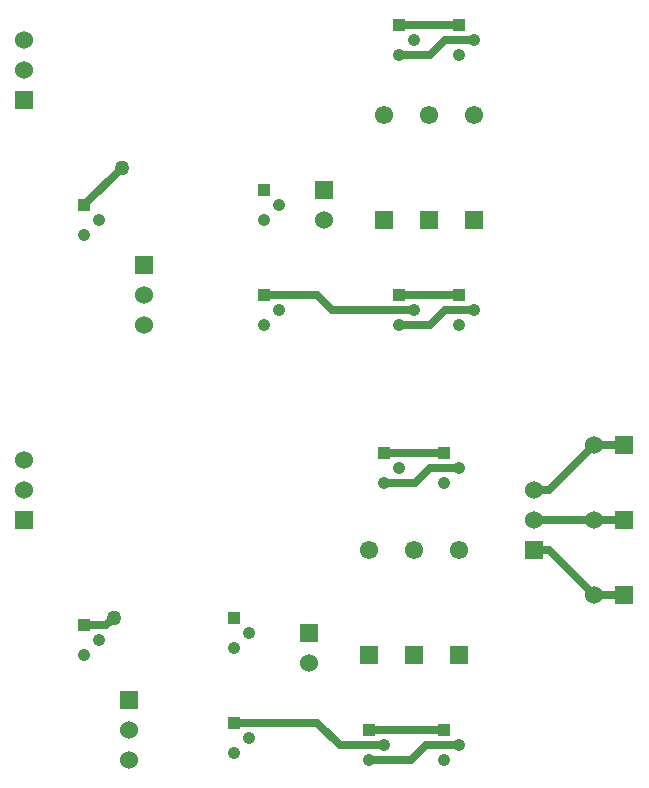
<source format=gbl>
G04*
G04 #@! TF.GenerationSoftware,Altium Limited,Altium Designer,23.11.1 (41)*
G04*
G04 Layer_Physical_Order=2*
G04 Layer_Color=16711680*
%FSLAX44Y44*%
%MOMM*%
G71*
G04*
G04 #@! TF.SameCoordinates,AAF1C5A6-5E74-48D9-B26A-DA526AD567C4*
G04*
G04*
G04 #@! TF.FilePolarity,Positive*
G04*
G01*
G75*
%ADD21R,1.5500X1.5500*%
%ADD22C,1.5500*%
%ADD25C,0.6350*%
%ADD26R,1.5240X1.5240*%
%ADD27C,1.5240*%
%ADD28C,1.0500*%
%ADD29R,1.0500X1.0500*%
%ADD30R,1.5240X1.5240*%
%ADD31C,1.2700*%
D21*
X584200Y736600D02*
D03*
X660400D02*
D03*
X622300D02*
D03*
X647700Y368400D02*
D03*
X609600D02*
D03*
X571500D02*
D03*
D22*
X584200Y825400D02*
D03*
X660400D02*
D03*
X622300D02*
D03*
X647700Y457200D02*
D03*
X609600D02*
D03*
X571500D02*
D03*
D25*
X539750Y660400D02*
X609600D01*
X527050Y673100D02*
X539750Y660400D01*
X482600Y673100D02*
X527050D01*
X330200Y749300D02*
X361696Y780796D01*
X596900Y647700D02*
X622554D01*
X635254Y660400D01*
X660400D01*
X596900Y673100D02*
X647700D01*
X596900Y876300D02*
X622554D01*
X635254Y889000D01*
X660400D01*
X596900Y901700D02*
X647700D01*
X330200Y393700D02*
X348700D01*
X355092Y400092D01*
X711200Y457200D02*
X723900D01*
X762000Y419100D01*
X711200Y508000D02*
X723900D01*
X762000Y546100D01*
X584200Y514400D02*
X609854D01*
X622554Y527100D01*
X647700D01*
X571500Y279400D02*
X607060D01*
X619760Y292100D01*
X647700D01*
X546150D02*
X584200D01*
X527050Y311200D02*
X546150Y292100D01*
X457200Y311200D02*
X527050D01*
X584200Y539800D02*
X635000D01*
X762000Y419100D02*
X787400D01*
X711200Y482600D02*
X762000D01*
X787400D01*
X762000Y546100D02*
X787400D01*
X571500Y304800D02*
X635000D01*
D26*
X279400Y838200D02*
D03*
X381000Y698500D02*
D03*
X533400Y762000D02*
D03*
X279400Y482600D02*
D03*
X520700Y387400D02*
D03*
X711200Y457200D02*
D03*
X368300Y330200D02*
D03*
D27*
X279400Y863600D02*
D03*
Y889000D02*
D03*
X381000Y673100D02*
D03*
Y647700D02*
D03*
X533400Y736600D02*
D03*
X762000Y546100D02*
D03*
Y419100D02*
D03*
Y482600D02*
D03*
X279400Y533400D02*
D03*
Y508000D02*
D03*
X520700Y362000D02*
D03*
X711200Y508000D02*
D03*
Y482600D02*
D03*
X368300Y279400D02*
D03*
Y304800D02*
D03*
D28*
X330200Y723900D02*
D03*
X342900Y736600D02*
D03*
X482600D02*
D03*
X495300Y749300D02*
D03*
X482600Y647700D02*
D03*
X495300Y660400D02*
D03*
X596900Y647700D02*
D03*
X609600Y660400D02*
D03*
X647700Y647700D02*
D03*
X660400Y660400D02*
D03*
X647700Y876300D02*
D03*
X660400Y889000D02*
D03*
X596900Y876300D02*
D03*
X609600Y889000D02*
D03*
X647700Y292100D02*
D03*
X635000Y279400D02*
D03*
X647700Y527100D02*
D03*
X635000Y514400D02*
D03*
X584200Y292100D02*
D03*
X571500Y279400D02*
D03*
X596900Y527100D02*
D03*
X584200Y514400D02*
D03*
X469900Y298500D02*
D03*
X457200Y285800D02*
D03*
X469900Y387400D02*
D03*
X457200Y374700D02*
D03*
X342900Y381000D02*
D03*
X330200Y368300D02*
D03*
D29*
Y749300D02*
D03*
X482600Y762000D02*
D03*
Y673100D02*
D03*
X596900D02*
D03*
X647700D02*
D03*
Y901700D02*
D03*
X596900D02*
D03*
X635000Y304800D02*
D03*
Y539800D02*
D03*
X571500Y304800D02*
D03*
X584200Y539800D02*
D03*
X457200Y311200D02*
D03*
Y400100D02*
D03*
X330200Y393700D02*
D03*
D30*
X787400Y546100D02*
D03*
Y419100D02*
D03*
Y482600D02*
D03*
D31*
X361696Y780796D02*
D03*
X355092Y400092D02*
D03*
M02*

</source>
